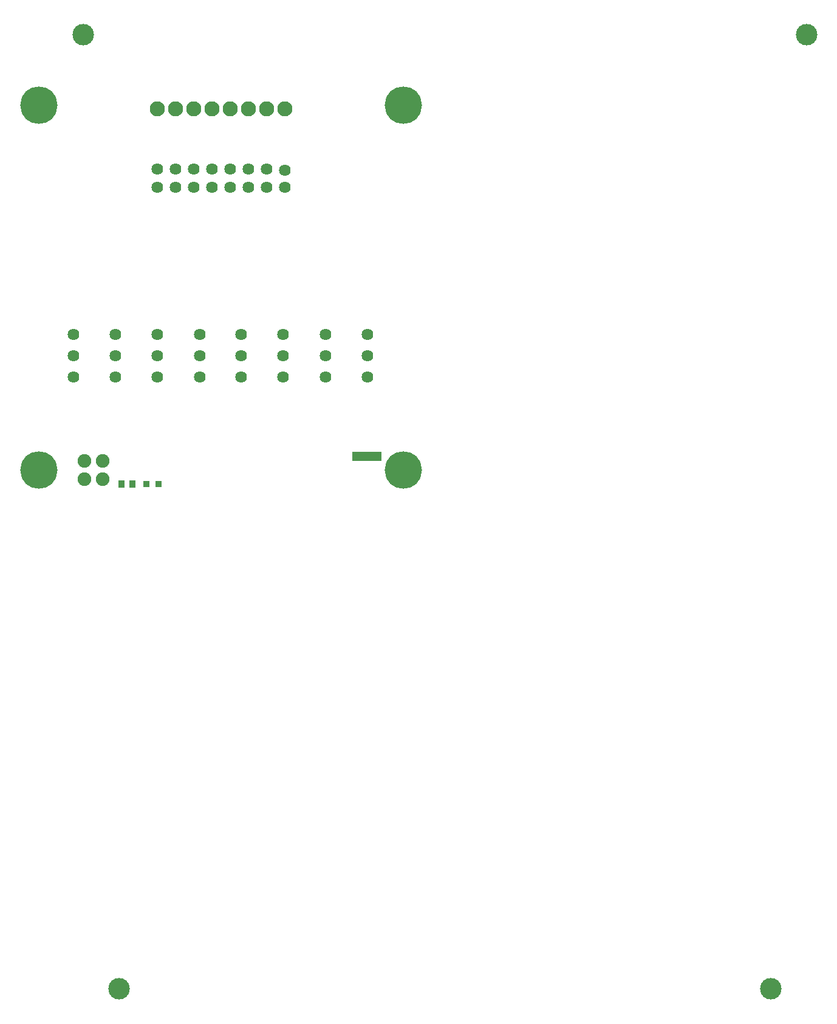
<source format=gts>
G04 Layer: TopSolderMaskLayer*
G04 Panelize: Stamp Hole, Column: 2, Row: 2, Board Size: 58.42mm x 58.42mm, Panelized Board Size: 120.84mm x 120.84mm*
G04 EasyEDA v6.5.34, 2023-09-13 23:42:19*
G04 af00140a598446819584b723e16838dc,5a6b42c53f6a479593ecc07194224c93,10*
G04 Gerber Generator version 0.2*
G04 Scale: 100 percent, Rotated: No, Reflected: No *
G04 Dimensions in millimeters *
G04 leading zeros omitted , absolute positions ,4 integer and 5 decimal *
%FSLAX45Y45*%
%MOMM*%

%AMMACRO1*1,1,$1,$2,$3*1,1,$1,$4,$5*1,1,$1,0-$2,0-$3*1,1,$1,0-$4,0-$5*20,1,$1,$2,$3,$4,$5,0*20,1,$1,$4,$5,0-$2,0-$3,0*20,1,$1,0-$2,0-$3,0-$4,0-$5,0*20,1,$1,0-$4,0-$5,$2,$3,0*4,1,4,$2,$3,$4,$5,0-$2,0-$3,0-$4,0-$5,$2,$3,0*%
%ADD10MACRO1,0.1016X0.4032X0.432X0.4032X-0.432*%
%ADD11MACRO1,0.1016X-0.4032X0.432X-0.4032X-0.432*%
%ADD12MACRO1,0.1016X0.4X0.4X0.4X-0.4*%
%ADD13C,5.2032*%
%ADD14C,1.6256*%
%ADD15C,2.1016*%
%ADD16C,1.9016*%
%ADD17C,3.0000*%

%LPD*%
D10*
G01*
X1537577Y190500D03*
D11*
G01*
X1688227Y190500D03*
D12*
G01*
X1883412Y190500D03*
G01*
X2053592Y190500D03*
D13*
G01*
X5461000Y381000D03*
G01*
X381000Y381000D03*
G01*
X381000Y5461000D03*
G01*
X5461000Y5461000D03*
D14*
G01*
X2286000Y4572000D03*
G01*
X2286000Y4318000D03*
G01*
X3556000Y4572000D03*
G01*
X3556000Y4318000D03*
D15*
G01*
X2034793Y5406593D03*
G01*
X2288793Y5406593D03*
G01*
X2542793Y5406593D03*
G01*
X2796793Y5406593D03*
G01*
X3050793Y5406593D03*
G01*
X3304793Y5406593D03*
G01*
X3558793Y5406593D03*
G01*
X3812793Y5406593D03*
D14*
G01*
X3810000Y4559300D03*
G01*
X3810000Y4318000D03*
G01*
X3048000Y4318000D03*
G01*
X3048000Y4572000D03*
G01*
X3302000Y4318000D03*
G01*
X3302000Y4572000D03*
G01*
X2032000Y4572000D03*
G01*
X2032000Y4318000D03*
G01*
X2540000Y4318000D03*
G01*
X2540000Y4572000D03*
G01*
X2794000Y4318000D03*
G01*
X2794000Y4572000D03*
G01*
X2626690Y1973300D03*
G01*
X2626690Y1673301D03*
G01*
X2626690Y2273300D03*
G01*
X3201695Y1673301D03*
G01*
X3201695Y1973300D03*
G01*
X3201695Y2273300D03*
G01*
X3789375Y1673301D03*
G01*
X3789375Y1973300D03*
G01*
X3789375Y2273300D03*
G01*
X4377080Y1673301D03*
G01*
X4377080Y1973300D03*
G01*
X4377080Y2273300D03*
G01*
X4964785Y1673301D03*
G01*
X4964785Y1973300D03*
G01*
X4964785Y2273300D03*
G01*
X2038984Y1973300D03*
G01*
X2038984Y1673301D03*
G01*
X2038984Y2273300D03*
G01*
X1451305Y1973300D03*
G01*
X1451305Y1673301D03*
G01*
X1451305Y2273300D03*
G01*
X863600Y1973300D03*
G01*
X863600Y1673301D03*
G01*
X863600Y2273300D03*
D16*
G01*
X1016000Y254000D03*
G01*
X1016000Y508000D03*
G01*
X1270000Y508000D03*
G01*
X1270000Y254000D03*
D17*
G01*
X999997Y6441998D03*
G01*
X11084001Y6441998D03*
G01*
X1499996Y-6841997D03*
G01*
X10584002Y-6841997D03*
G36*
X4749800Y635000D02*
G01*
X5156200Y635000D01*
X5156200Y508000D01*
X4749800Y508000D01*
G37*
M02*

</source>
